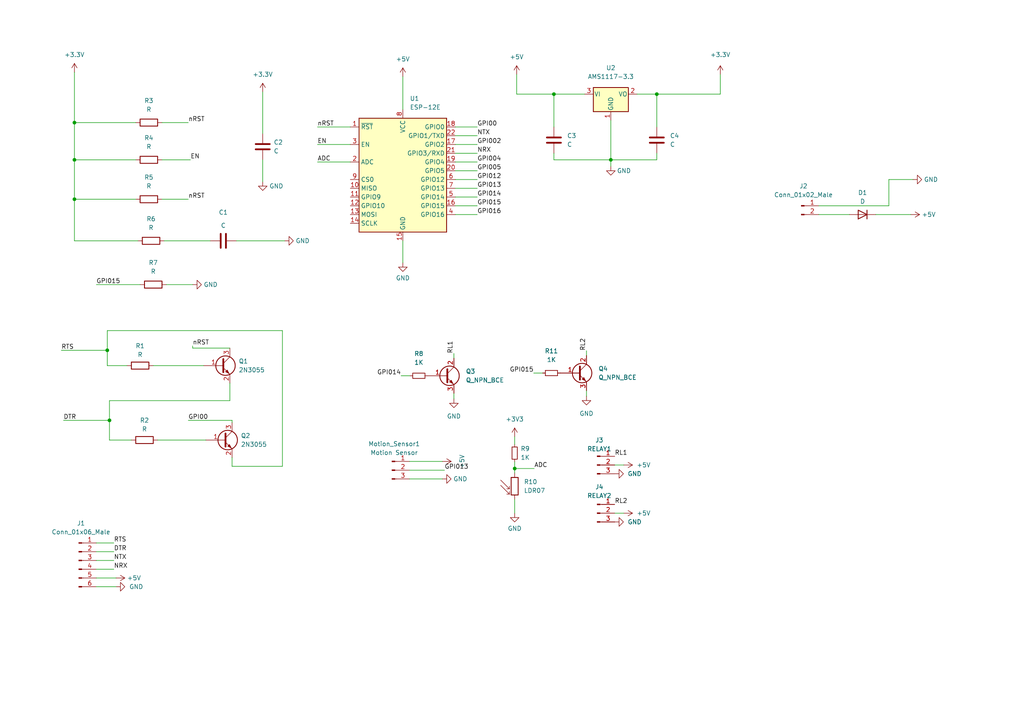
<source format=kicad_sch>
(kicad_sch (version 20211123) (generator eeschema)
  (paper "A4")
  (lib_symbols
    (symbol "+3.3V_1" (power) (pin_names (offset 0))
      (property "Value" "+3.3V_1" (at 0 3.556 0))
      (symbol "+3.3V_1_0_1"
        (polyline (pts (xy -0.762 1.27) (xy 0 2.54)))
        (polyline (pts (xy 0 0) (xy 0 2.54)))
        (polyline (pts (xy 0 2.54) (xy 0.762 1.27)))
      )
      (symbol "+3.3V_1_1_1"
        (pin power_in line (at 0 0 90) (length 0) hide (name "+3V3") (number "1"))
      )
    )
    (symbol "Connector:Conn_01x02_Male" (pin_names (offset 1.016) hide)
      (property "Reference" "J" (at 0 2.54 0))
      (property "Value" "Conn_01x02_Male" (at 0 -5.08 0))
      (symbol "Conn_01x02_Male_1_1"
        (polyline (pts (xy 1.27 -2.54) (xy 0.8636 -2.54)) (stroke (width 0.1524)))
        (polyline (pts (xy 1.27 0) (xy 0.8636 0)) (stroke (width 0.1524)))
        (rectangle (start 0.8636 -2.413) (end 0 -2.667) (stroke (width 0.1524)) (fill (type outline)))
        (rectangle (start 0.8636 0.127) (end 0 -0.127) (stroke (width 0.1524)) (fill (type outline)))
        (pin passive line (at 5.08 0 180) (length 3.81) (name "Pin_1") (number "1"))
        (pin passive line (at 5.08 -2.54 180) (length 3.81) (name "Pin_2") (number "2"))
      )
    )
    (symbol "Connector:Conn_01x03_Male" (pin_names (offset 1.016) hide)
      (property "Reference" "J" (at 0 5.08 0))
      (property "Value" "Conn_01x03_Male" (at 0 -5.08 0))
      (symbol "Conn_01x03_Male_1_1"
        (polyline (pts (xy 1.27 -2.54) (xy 0.8636 -2.54)) (stroke (width 0.1524)))
        (polyline (pts (xy 1.27 0) (xy 0.8636 0)) (stroke (width 0.1524)))
        (polyline (pts (xy 1.27 2.54) (xy 0.8636 2.54)) (stroke (width 0.1524)))
        (rectangle (start 0.8636 -2.413) (end 0 -2.667) (stroke (width 0.1524)) (fill (type outline)))
        (rectangle (start 0.8636 0.127) (end 0 -0.127) (stroke (width 0.1524)) (fill (type outline)))
        (rectangle (start 0.8636 2.667) (end 0 2.413) (stroke (width 0.1524)) (fill (type outline)))
        (pin passive line (at 5.08 2.54 180) (length 3.81) (name "Pin_1") (number "1"))
        (pin passive line (at 5.08 0 180) (length 3.81) (name "Pin_2") (number "2"))
        (pin passive line (at 5.08 -2.54 180) (length 3.81) (name "Pin_3") (number "3"))
      )
    )
    (symbol "Connector:Conn_01x06_Male" (pin_names (offset 1.016) hide)
      (property "Reference" "J" (at 0 7.62 0))
      (property "Value" "Conn_01x06_Male" (at 0 -10.16 0))
      (symbol "Conn_01x06_Male_1_1"
        (polyline (pts (xy 1.27 -7.62) (xy 0.8636 -7.62)) (stroke (width 0.1524)))
        (polyline (pts (xy 1.27 -5.08) (xy 0.8636 -5.08)) (stroke (width 0.1524)))
        (polyline (pts (xy 1.27 -2.54) (xy 0.8636 -2.54)) (stroke (width 0.1524)))
        (polyline (pts (xy 1.27 0) (xy 0.8636 0)) (stroke (width 0.1524)))
        (polyline (pts (xy 1.27 2.54) (xy 0.8636 2.54)) (stroke (width 0.1524)))
        (polyline (pts (xy 1.27 5.08) (xy 0.8636 5.08)) (stroke (width 0.1524)))
        (rectangle (start 0.8636 -7.493) (end 0 -7.747) (stroke (width 0.1524)) (fill (type outline)))
        (rectangle (start 0.8636 -4.953) (end 0 -5.207) (stroke (width 0.1524)) (fill (type outline)))
        (rectangle (start 0.8636 -2.413) (end 0 -2.667) (stroke (width 0.1524)) (fill (type outline)))
        (rectangle (start 0.8636 0.127) (end 0 -0.127) (stroke (width 0.1524)) (fill (type outline)))
        (rectangle (start 0.8636 2.667) (end 0 2.413) (stroke (width 0.1524)) (fill (type outline)))
        (rectangle (start 0.8636 5.207) (end 0 4.953) (stroke (width 0.1524)) (fill (type outline)))
        (pin passive line (at 5.08 5.08 180) (length 3.81) (name "Pin_1") (number "1"))
        (pin passive line (at 5.08 2.54 180) (length 3.81) (name "Pin_2") (number "2"))
        (pin passive line (at 5.08 0 180) (length 3.81) (name "Pin_3") (number "3"))
        (pin passive line (at 5.08 -2.54 180) (length 3.81) (name "Pin_4") (number "4"))
        (pin passive line (at 5.08 -5.08 180) (length 3.81) (name "Pin_5") (number "5"))
        (pin passive line (at 5.08 -7.62 180) (length 3.81) (name "Pin_6") (number "6"))
      )
    )
    (symbol "Device:C" (pin_numbers hide) (pin_names (offset 0.254))
      (property "Reference" "C" (at 0.635 2.54 0))
      (property "Value" "C" (at 0.635 -2.54 0))
      (symbol "C_0_1"
        (polyline (pts (xy -2.032 -0.762) (xy 2.032 -0.762)) (stroke (width 0.508)))
        (polyline (pts (xy -2.032 0.762) (xy 2.032 0.762)) (stroke (width 0.508)))
      )
      (symbol "C_1_1"
        (pin passive line (at 0 3.81 270) (length 2.794) (name "~") (number "1"))
        (pin passive line (at 0 -3.81 90) (length 2.794) (name "~") (number "2"))
      )
    )
    (symbol "Device:D" (pin_numbers hide) (pin_names (offset 1.016) hide)
      (property "Reference" "D" (at 0 2.54 0))
      (property "Value" "D" (at 0 -2.54 0))
      (symbol "D_0_1"
        (polyline (pts (xy -1.27 1.27) (xy -1.27 -1.27)) (stroke (width 0.254)))
        (polyline (pts (xy 1.27 0) (xy -1.27 0)))
        (polyline (pts (xy 1.27 1.27) (xy 1.27 -1.27) (xy -1.27 0) (xy 1.27 1.27)) (stroke (width 0.254)))
      )
      (symbol "D_1_1"
        (pin passive line (at -3.81 0 0) (length 2.54) (name "K") (number "1"))
        (pin passive line (at 3.81 0 180) (length 2.54) (name "A") (number "2"))
      )
    )
    (symbol "Device:Q_NPN_BCE" (pin_names (offset 0) hide)
      (property "Reference" "Q" (at 5.08 1.27 0))
      (property "Value" "Q_NPN_BCE" (at 5.08 -1.27 0))
      (symbol "Q_NPN_BCE_0_1"
        (polyline (pts (xy 0.635 0.635) (xy 2.54 2.54)))
        (polyline (pts (xy 0.635 -0.635) (xy 2.54 -2.54) (xy 2.54 -2.54)))
        (polyline (pts (xy 0.635 1.905) (xy 0.635 -1.905) (xy 0.635 -1.905)) (stroke (width 0.508)))
        (polyline (pts (xy 1.27 -1.778) (xy 1.778 -1.27) (xy 2.286 -2.286) (xy 1.27 -1.778) (xy 1.27 -1.778)) (fill (type outline)))
        (circle (center 1.27 0) (radius 2.8194) (stroke (width 0.254)))
      )
      (symbol "Q_NPN_BCE_1_1"
        (pin input line (at -5.08 0 0) (length 5.715) (name "B") (number "1"))
        (pin passive line (at 2.54 5.08 270) (length 2.54) (name "C") (number "2"))
        (pin passive line (at 2.54 -5.08 90) (length 2.54) (name "E") (number "3"))
      )
    )
    (symbol "Device:R" (pin_numbers hide) (pin_names (offset 0))
      (property "Reference" "R" (at 2.032 0 90))
      (property "Value" "R" (at 0 0 90))
      (symbol "R_0_1"
        (rectangle (start -1.016 -2.54) (end 1.016 2.54) (stroke (width 0.254)))
      )
      (symbol "R_1_1"
        (pin passive line (at 0 3.81 270) (length 1.27) (name "~") (number "1"))
        (pin passive line (at 0 -3.81 90) (length 1.27) (name "~") (number "2"))
      )
    )
    (symbol "Device:R_Small" (pin_numbers hide) (pin_names (offset 0.254) hide)
      (property "Reference" "R" (at 0.762 0.508 0))
      (property "Value" "R_Small" (at 0.762 -1.016 0))
      (symbol "R_Small_0_1"
        (rectangle (start -0.762 1.778) (end 0.762 -1.778) (stroke (width 0.2032)))
      )
      (symbol "R_Small_1_1"
        (pin passive line (at 0 2.54 270) (length 0.762) (name "~") (number "1"))
        (pin passive line (at 0 -2.54 90) (length 0.762) (name "~") (number "2"))
      )
    )
    (symbol "RF_Module:ESP-12E"
      (property "Reference" "U" (at -12.7 19.05 0))
      (property "Value" "ESP-12E" (at 12.7 19.05 0))
      (symbol "ESP-12E_0_1"
        (rectangle (start -12.7 17.78) (end 12.7 -15.24) (stroke (width 0.254)) (fill (type background)))
      )
      (symbol "ESP-12E_1_1"
        (pin input line (at -15.24 15.24 0) (length 2.54) (name "~{RST}") (number "1"))
        (pin bidirectional line (at -15.24 -2.54 0) (length 2.54) (name "MISO") (number "10"))
        (pin bidirectional line (at -15.24 -5.08 0) (length 2.54) (name "GPIO9") (number "11"))
        (pin bidirectional line (at -15.24 -7.62 0) (length 2.54) (name "GPIO10") (number "12"))
        (pin bidirectional line (at -15.24 -10.16 0) (length 2.54) (name "MOSI") (number "13"))
        (pin bidirectional line (at -15.24 -12.7 0) (length 2.54) (name "SCLK") (number "14"))
        (pin power_in line (at 0 -17.78 90) (length 2.54) (name "GND") (number "15"))
        (pin bidirectional line (at 15.24 -7.62 180) (length 2.54) (name "GPIO15") (number "16"))
        (pin bidirectional line (at 15.24 10.16 180) (length 2.54) (name "GPIO2") (number "17"))
        (pin bidirectional line (at 15.24 15.24 180) (length 2.54) (name "GPIO0") (number "18"))
        (pin bidirectional line (at 15.24 5.08 180) (length 2.54) (name "GPIO4") (number "19"))
        (pin input line (at -15.24 5.08 0) (length 2.54) (name "ADC") (number "2"))
        (pin bidirectional line (at 15.24 2.54 180) (length 2.54) (name "GPIO5") (number "20"))
        (pin bidirectional line (at 15.24 7.62 180) (length 2.54) (name "GPIO3/RXD") (number "21"))
        (pin bidirectional line (at 15.24 12.7 180) (length 2.54) (name "GPIO1/TXD") (number "22"))
        (pin input line (at -15.24 10.16 0) (length 2.54) (name "EN") (number "3"))
        (pin bidirectional line (at 15.24 -10.16 180) (length 2.54) (name "GPIO16") (number "4"))
        (pin bidirectional line (at 15.24 -5.08 180) (length 2.54) (name "GPIO14") (number "5"))
        (pin bidirectional line (at 15.24 0 180) (length 2.54) (name "GPIO12") (number "6"))
        (pin bidirectional line (at 15.24 -2.54 180) (length 2.54) (name "GPIO13") (number "7"))
        (pin power_in line (at 0 20.32 270) (length 2.54) (name "VCC") (number "8"))
        (pin input line (at -15.24 0 0) (length 2.54) (name "CS0") (number "9"))
      )
    )
    (symbol "Regulator_Linear:AMS1117-3.3" (pin_names (offset 0.254))
      (property "Reference" "U" (at -3.81 3.175 0))
      (property "Value" "AMS1117-3.3" (at 0 3.175 0))
      (symbol "AMS1117-3.3_0_1"
        (rectangle (start -5.08 -5.08) (end 5.08 1.905) (stroke (width 0.254)) (fill (type background)))
      )
      (symbol "AMS1117-3.3_1_1"
        (pin power_in line (at 0 -7.62 90) (length 2.54) (name "GND") (number "1"))
        (pin power_out line (at 7.62 0 180) (length 2.54) (name "VO") (number "2"))
        (pin power_in line (at -7.62 0 0) (length 2.54) (name "VI") (number "3"))
      )
    )
    (symbol "Sensor_Optical:LDR07" (pin_numbers hide) (pin_names (offset 0))
      (property "Reference" "R" (at -5.08 0 90))
      (property "Value" "LDR07" (at 1.905 0 90))
      (symbol "LDR07_0_1"
        (rectangle (start -1.016 2.54) (end 1.016 -2.54) (stroke (width 0.254)))
        (polyline (pts (xy -1.524 -2.286) (xy -4.064 0.254)))
        (polyline (pts (xy -1.524 -2.286) (xy -2.286 -2.286)))
        (polyline (pts (xy -1.524 -2.286) (xy -1.524 -1.524)))
        (polyline (pts (xy -1.524 -0.762) (xy -4.064 1.778)))
        (polyline (pts (xy -1.524 -0.762) (xy -2.286 -0.762)))
        (polyline (pts (xy -1.524 -0.762) (xy -1.524 0)))
      )
      (symbol "LDR07_1_1"
        (pin passive line (at 0 3.81 270) (length 1.27) (name "~") (number "1"))
        (pin passive line (at 0 -3.81 90) (length 1.27) (name "~") (number "2"))
      )
    )
    (symbol "Transistor_BJT:2N3055" (pin_names (offset 0) hide)
      (property "Reference" "Q" (at 5.08 1.905 0))
      (property "Value" "2N3055" (at 5.08 0 0))
      (symbol "2N3055_0_1"
        (polyline (pts (xy 0.635 0.635) (xy 2.54 2.54)))
        (polyline (pts (xy 0.635 -0.635) (xy 2.54 -2.54) (xy 2.54 -2.54)))
        (polyline (pts (xy 0.635 1.905) (xy 0.635 -1.905) (xy 0.635 -1.905)) (stroke (width 0.508)))
        (polyline (pts (xy 1.27 -1.778) (xy 1.778 -1.27) (xy 2.286 -2.286) (xy 1.27 -1.778) (xy 1.27 -1.778)) (fill (type outline)))
        (circle (center 1.27 0) (radius 2.8194) (stroke (width 0.254)))
      )
      (symbol "2N3055_1_1"
        (pin input line (at -5.08 0 0) (length 5.715) (name "B") (number "1"))
        (pin passive line (at 2.54 -5.08 90) (length 2.54) (name "E") (number "2"))
        (pin passive line (at 2.54 5.08 270) (length 2.54) (name "C") (number "3"))
      )
    )
    (symbol "power:+3.3V" (power) (pin_names (offset 0))
      (property "Value" "+3.3V" (at 0 3.556 0))
      (symbol "+3.3V_0_1"
        (polyline (pts (xy -0.762 1.27) (xy 0 2.54)))
        (polyline (pts (xy 0 0) (xy 0 2.54)))
        (polyline (pts (xy 0 2.54) (xy 0.762 1.27)))
      )
      (symbol "+3.3V_1_1"
        (pin power_in line (at 0 0 90) (length 0) hide (name "+3.3V") (number "1"))
      )
    )
    (symbol "power:+5V" (power) (pin_names (offset 0))
      (property "Value" "+5V" (at 0 3.556 0))
      (symbol "+5V_0_1"
        (polyline (pts (xy -0.762 1.27) (xy 0 2.54)))
        (polyline (pts (xy 0 0) (xy 0 2.54)))
        (polyline (pts (xy 0 2.54) (xy 0.762 1.27)))
      )
      (symbol "+5V_1_1"
        (pin power_in line (at 0 0 90) (length 0) hide (name "+5V") (number "1"))
      )
    )
    (symbol "power:GND" (power) (pin_names (offset 0))
      (property "Value" "GND" (at 0 -3.81 0))
      (symbol "GND_0_1"
        (polyline (pts (xy 0 0) (xy 0 -1.27) (xy 1.27 -1.27) (xy 0 -2.54) (xy -1.27 -1.27) (xy 0 -1.27)))
      )
      (symbol "GND_1_1"
        (pin power_in line (at 0 0 270) (length 0) hide (name "GND") (number "1"))
      )
    )
  )
  (junction (at 31.75 121.92))
  (junction (at 21.59 57.785))
  (junction (at 31.115 101.6))
  (junction (at 149.2758 135.89))
  (junction (at 21.59 35.56))
  (junction (at 190.5 27.305))
  (junction (at 177.165 46.355))
  (junction (at 21.59 46.355))
  (junction (at 160.655 27.305))
  (wire (pts (xy 180.8988 134.874) (xy 178.2826 134.874)))
  (wire (pts (xy 55.88 100.965) (xy 55.88 100.33)))
  (wire (pts (xy 67.31 121.92) (xy 67.31 122.555)))
  (wire (pts (xy 160.655 27.305) (xy 169.545 27.305)))
  (wire (pts (xy 132.08 49.53) (xy 138.43 49.53)))
  (wire (pts (xy 27.94 170.18) (xy 33.655 170.18)))
  (wire (pts (xy 118.7704 138.9126) (xy 128.2954 138.9126)))
  (wire (pts (xy 27.94 160.02) (xy 33.02 160.02)))
  (wire (pts (xy 257.81 59.69) (xy 257.81 52.07)))
  (wire (pts (xy 66.675 100.965) (xy 55.88 100.965)))
  (wire (pts (xy 160.655 46.355) (xy 177.165 46.355)))
  (wire (pts (xy 39.37 57.785) (xy 21.59 57.785)))
  (wire (pts (xy 46.99 35.56) (xy 54.61 35.56)))
  (wire (pts (xy 177.165 46.355) (xy 177.165 48.26)))
  (wire (pts (xy 154.7876 108.204) (xy 157.4038 108.204)))
  (wire (pts (xy 45.72 127.635) (xy 59.69 127.635)))
  (wire (pts (xy 257.81 52.07) (xy 264.795 52.07)))
  (wire (pts (xy 118.7704 136.3726) (xy 128.9304 136.3726)))
  (wire (pts (xy 132.08 44.45) (xy 138.43 44.45)))
  (wire (pts (xy 68.58 69.85) (xy 82.55 69.85)))
  (wire (pts (xy 131.6482 102.5144) (xy 131.6482 103.9114)))
  (wire (pts (xy 208.915 21.59) (xy 208.915 27.305)))
  (wire (pts (xy 48.26 82.55) (xy 55.88 82.55)))
  (wire (pts (xy 132.08 36.83) (xy 138.43 36.83)))
  (wire (pts (xy 184.785 27.305) (xy 190.5 27.305)))
  (wire (pts (xy 208.915 27.305) (xy 190.5 27.305)))
  (wire (pts (xy 132.08 52.07) (xy 138.43 52.07)))
  (wire (pts (xy 149.2758 135.89) (xy 149.2758 137.2108)))
  (wire (pts (xy 132.08 57.15) (xy 138.43 57.15)))
  (wire (pts (xy 39.37 46.355) (xy 21.59 46.355)))
  (wire (pts (xy 160.655 44.45) (xy 160.655 46.355)))
  (wire (pts (xy 44.45 106.045) (xy 59.055 106.045)))
  (wire (pts (xy 31.75 116.205) (xy 31.75 121.92)))
  (wire (pts (xy 66.675 116.205) (xy 31.75 116.205)))
  (wire (pts (xy 132.08 46.99) (xy 138.43 46.99)))
  (wire (pts (xy 237.49 59.69) (xy 257.81 59.69)))
  (wire (pts (xy 132.08 62.23) (xy 138.43 62.23)))
  (wire (pts (xy 190.5 27.305) (xy 190.5 36.83)))
  (wire (pts (xy 177.165 46.355) (xy 190.5 46.355)))
  (wire (pts (xy 31.75 121.92) (xy 31.75 127.635)))
  (wire (pts (xy 76.2 26.67) (xy 76.2 38.735)))
  (wire (pts (xy 31.75 127.635) (xy 38.1 127.635)))
  (wire (pts (xy 116.84 69.85) (xy 116.84 76.2)))
  (wire (pts (xy 190.5 46.355) (xy 190.5 44.45)))
  (wire (pts (xy 131.6482 115.697) (xy 131.6482 114.0714)))
  (wire (pts (xy 149.86 21.59) (xy 149.86 27.305)))
  (wire (pts (xy 27.94 82.55) (xy 40.64 82.55)))
  (wire (pts (xy 149.2758 135.89) (xy 154.94 135.89)))
  (wire (pts (xy 27.94 157.48) (xy 33.02 157.48)))
  (wire (pts (xy 116.332 108.9914) (xy 118.9482 108.9914)))
  (wire (pts (xy 67.31 135.255) (xy 81.915 135.255)))
  (wire (pts (xy 21.59 57.785) (xy 21.59 69.85)))
  (wire (pts (xy 27.94 162.56) (xy 33.02 162.56)))
  (wire (pts (xy 18.415 121.92) (xy 31.75 121.92)))
  (wire (pts (xy 31.115 95.885) (xy 31.115 101.6)))
  (wire (pts (xy 132.08 54.61) (xy 138.43 54.61)))
  (wire (pts (xy 27.94 165.1) (xy 33.02 165.1)))
  (wire (pts (xy 81.915 135.255) (xy 81.915 95.885)))
  (wire (pts (xy 92.075 41.91) (xy 101.6 41.91)))
  (wire (pts (xy 177.165 34.925) (xy 177.165 46.355)))
  (wire (pts (xy 40.005 69.85) (xy 21.59 69.85)))
  (wire (pts (xy 92.075 46.99) (xy 101.6 46.99)))
  (wire (pts (xy 149.2758 133.9596) (xy 149.2758 135.89)))
  (wire (pts (xy 170.1038 101.727) (xy 170.1038 103.124)))
  (wire (pts (xy 92.075 36.83) (xy 101.6 36.83)))
  (wire (pts (xy 46.99 46.355) (xy 55.245 46.355)))
  (wire (pts (xy 54.61 121.92) (xy 67.31 121.92)))
  (wire (pts (xy 39.37 35.56) (xy 21.59 35.56)))
  (wire (pts (xy 21.59 46.355) (xy 21.59 35.56)))
  (wire (pts (xy 170.1038 114.9096) (xy 170.1038 113.284)))
  (wire (pts (xy 21.59 35.56) (xy 21.59 20.955)))
  (wire (pts (xy 27.94 167.64) (xy 33.655 167.64)))
  (wire (pts (xy 118.7704 133.8326) (xy 128.2954 133.8326)))
  (wire (pts (xy 31.115 101.6) (xy 31.115 106.045)))
  (wire (pts (xy 132.08 41.91) (xy 138.43 41.91)))
  (wire (pts (xy 76.2 46.355) (xy 76.2 52.705)))
  (wire (pts (xy 81.915 95.885) (xy 31.115 95.885)))
  (wire (pts (xy 116.84 22.225) (xy 116.84 31.75)))
  (wire (pts (xy 149.2758 126.6698) (xy 149.2758 128.8796)))
  (wire (pts (xy 149.86 27.305) (xy 160.655 27.305)))
  (wire (pts (xy 237.49 62.23) (xy 246.38 62.23)))
  (wire (pts (xy 67.31 132.715) (xy 67.31 135.255)))
  (wire (pts (xy 46.99 57.785) (xy 54.61 57.785)))
  (wire (pts (xy 132.08 39.37) (xy 138.43 39.37)))
  (wire (pts (xy 31.115 106.045) (xy 36.83 106.045)))
  (wire (pts (xy 17.78 101.6) (xy 31.115 101.6)))
  (wire (pts (xy 160.655 36.83) (xy 160.655 27.305)))
  (wire (pts (xy 47.625 69.85) (xy 60.96 69.85)))
  (wire (pts (xy 132.08 59.69) (xy 138.43 59.69)))
  (wire (pts (xy 21.59 46.355) (xy 21.59 57.785)))
  (wire (pts (xy 66.675 111.125) (xy 66.675 116.205)))
  (wire (pts (xy 180.8988 148.844) (xy 178.2826 148.844)))
  (wire (pts (xy 149.2758 148.844) (xy 149.2758 144.8308)))
  (wire (pts (xy 254 62.23) (xy 264.16 62.23)))
  (label "NRX" (at 33.02 165.1 0))
  (label "RTS" (at 33.02 157.48 0))
  (label "GPI014" (at 138.43 57.15 0))
  (label "GPI005" (at 138.43 49.53 0))
  (label "EN" (at 55.245 46.355 0))
  (label "RTS" (at 17.78 101.6 0))
  (label "RL1" (at 131.6482 102.5144 90))
  (label "ADC" (at 92.075 46.99 0))
  (label "GPI00" (at 54.61 121.92 0))
  (label "RL2" (at 170.1038 101.727 90))
  (label "GPI015" (at 27.94 82.55 0))
  (label "nRST" (at 55.88 100.33 0))
  (label "EN" (at 92.075 41.91 0))
  (label "NTX" (at 33.02 162.56 0))
  (label "GPI014" (at 116.332 108.9914 180))
  (label "GPI013" (at 128.9304 136.3726 0))
  (label "nRST" (at 92.075 36.83 0))
  (label "GPI013" (at 138.43 54.61 0))
  (label "GPI012" (at 138.43 52.07 0))
  (label "NTX" (at 138.43 39.37 0))
  (label "ADC" (at 154.94 135.89 0))
  (label "GPI015" (at 154.7876 108.204 180))
  (label "GPI016" (at 138.43 62.23 0))
  (label "NRX" (at 138.43 44.45 0))
  (label "RL1" (at 178.2826 132.334 0))
  (label "RL2" (at 178.2826 146.304 0))
  (label "nRST" (at 54.61 57.785 0))
  (label "DTR" (at 18.415 121.92 0))
  (label "GPI015" (at 138.43 59.69 0))
  (label "GPI00" (at 138.43 36.83 0))
  (label "nRST" (at 54.61 35.56 0))
  (label "DTR" (at 33.02 160.02 0))
  (label "GPI004" (at 138.43 46.99 0))
  (label "GPI002" (at 138.43 41.91 0))
  (symbol (lib_id "Device:R") (at 44.45 82.55 90) (unit 1)
    (property "Reference" "R7" (at 44.45 76.2 90))
    (property "Value" "R" (at 44.45 78.74 90))
    (property "Footprint" "Resistor_SMD:R_0201_0603Metric_Pad0.64x0.40mm_HandSolder" (effects hide))
  )
  (symbol (lib_id "Device:C") (at 76.2 42.545 180) (unit 1)
    (property "Reference" "C2" (at 79.375 41.2749 0) (effects (justify right)))
    (property "Value" "C" (at 79.375 43.8149 0) (effects (justify right)))
    (property "Footprint" "Capacitor_SMD:CP_Elec_3x5.4" (effects hide))
  )
  (symbol (lib_id "power:GND") (at 170.1038 114.9096 0) (unit 1)
    (property "Reference" "#PWR0116" (effects hide))
    (property "Value" "GND" (at 170.1038 119.9388 0))
  )
  (symbol (lib_id "Sensor_Optical:LDR07") (at 149.2758 141.0208 0) (unit 1)
    (property "Reference" "R10" (at 151.9428 139.7507 0) (effects (justify left)))
    (property "Value" "LDR07" (at 151.9428 142.2907 0) (effects (justify left)))
    (property "Footprint" "OptoDevice:R_LDR_5.1x4.3mm_P3.4mm_Vertical" (effects hide))
    (property "Datasheet" "http://www.tme.eu/de/Document/f2e3ad76a925811312d226c31da4cd7e/LDR07.pdf" (effects hide))
  )
  (symbol (lib_id "Device:R") (at 43.18 46.355 90) (unit 1)
    (property "Reference" "R4" (at 43.18 40.005 90))
    (property "Value" "R" (at 43.18 42.545 90))
    (property "Footprint" "Resistor_SMD:R_0201_0603Metric_Pad0.64x0.40mm_HandSolder" (effects hide))
  )
  (symbol (lib_id "RF_Module:ESP-12E") (at 116.84 52.07 0) (unit 1)
    (property "Reference" "U1" (at 118.8594 28.575 0) (effects (justify left)))
    (property "Value" "ESP-12E" (at 118.8594 31.115 0) (effects (justify left)))
    (property "Footprint" "RF_Module:ESP-12E" (effects hide))
    (property "Datasheet" "http://wiki.ai-thinker.com/_media/esp8266/esp8266_series_modules_user_manual_v1.1.pdf" (effects hide))
  )
  (symbol (lib_id "Device:R") (at 41.91 127.635 90) (unit 1)
    (property "Reference" "R2" (at 41.91 121.92 90))
    (property "Value" "R" (at 41.91 124.46 90))
    (property "Footprint" "Resistor_SMD:R_0201_0603Metric" (effects hide))
  )
  (symbol (lib_id "Device:R") (at 43.18 57.785 90) (unit 1)
    (property "Reference" "R5" (at 43.18 51.435 90))
    (property "Value" "R" (at 43.18 53.975 90))
    (property "Footprint" "Resistor_SMD:R_0201_0603Metric_Pad0.64x0.40mm_HandSolder" (effects hide))
  )
  (symbol (lib_id "Connector:Conn_01x03_Male") (at 113.6904 136.3726 0) (unit 1)
    (property "Reference" "Motion_Sensor1" (at 114.3254 128.7526 0))
    (property "Value" "Motion Sensor" (at 114.3254 131.2926 0))
    (property "Footprint" "Connector_PinSocket_2.54mm:PinSocket_1x03_P2.54mm_Vertical" (effects hide))
  )
  (symbol (lib_id "Device:C") (at 160.655 40.64 0) (unit 1)
    (property "Reference" "C3" (at 164.465 39.3699 0) (effects (justify left)))
    (property "Value" "C" (at 164.465 41.9099 0) (effects (justify left)))
    (property "Footprint" "Capacitor_SMD:C_0603_1608Metric" (effects hide))
  )
  (symbol (lib_id "power:+3.3V") (at 208.915 21.59 0) (unit 1)
    (property "Reference" "#PWR0124" (effects hide))
    (property "Value" "+3.3V" (at 208.915 15.875 0))
  )
  (symbol (lib_id "Device:R") (at 43.815 69.85 90) (unit 1)
    (property "Reference" "R6" (at 43.815 63.5 90))
    (property "Value" "R" (at 43.815 66.04 90))
    (property "Footprint" "Resistor_SMD:R_0201_0603Metric_Pad0.64x0.40mm_HandSolder" (effects hide))
  )
  (symbol (lib_id "power:GND") (at 33.655 170.18 90) (unit 1)
    (property "Reference" "#PWR0108" (effects hide))
    (property "Value" "GND" (at 37.465 170.1799 90) (effects (justify right)))
  )
  (symbol (lib_id "Connector:Conn_01x03_Male") (at 173.2026 134.874 0) (unit 1)
    (property "Reference" "J3" (at 173.8376 127.6604 0))
    (property "Value" "RELAY1" (at 173.8376 130.2004 0))
    (property "Footprint" "Connector_PinSocket_2.54mm:PinSocket_1x03_P2.54mm_Vertical" (effects hide))
  )
  (symbol (lib_id "Device:R") (at 43.18 35.56 90) (unit 1)
    (property "Reference" "R3" (at 43.18 29.21 90))
    (property "Value" "R" (at 43.18 31.75 90))
    (property "Footprint" "Resistor_SMD:R_0201_0603Metric" (effects hide))
  )
  (symbol (lib_id "Regulator_Linear:AMS1117-3.3") (at 177.165 27.305 0) (unit 1)
    (property "Reference" "U2" (at 177.165 19.685 0))
    (property "Value" "AMS1117-3.3" (at 177.165 22.225 0))
    (property "Footprint" "Package_TO_SOT_SMD:SOT-223-3_TabPin2" (effects hide))
    (property "Datasheet" "http://www.advanced-monolithic.com/pdf/ds1117.pdf" (effects hide))
  )
  (symbol (lib_id "power:+3.3V") (at 21.59 20.955 0) (unit 1)
    (property "Reference" "#PWR0102" (effects hide))
    (property "Value" "+3.3V" (at 21.59 15.875 0))
  )
  (symbol (lib_id "power:GND") (at 55.88 82.55 90) (unit 1)
    (property "Reference" "#PWR0104" (effects hide))
    (property "Value" "GND" (at 59.055 82.5499 90) (effects (justify right)))
  )
  (symbol (lib_name "+3.3V_1") (lib_id "power:+3.3V") (at 149.2758 126.6698 0) (unit 1)
    (property "Reference" "#PWR0115" (effects hide))
    (property "Value" "+3.3V" (at 149.2758 121.5898 0))
  )
  (symbol (lib_id "power:GND") (at 131.6482 115.697 0) (unit 1)
    (property "Reference" "#PWR0111" (effects hide))
    (property "Value" "GND" (at 131.6482 120.7262 0))
  )
  (symbol (lib_id "power:GND") (at 178.2826 137.414 90) (unit 1)
    (property "Reference" "#PWR0117" (effects hide))
    (property "Value" "GND" (at 182.0164 137.4139 90) (effects (justify right)))
  )
  (symbol (lib_id "power:+5V") (at 180.8988 134.874 270) (unit 1)
    (property "Reference" "#PWR0118" (effects hide))
    (property "Value" "+5V" (at 184.6326 134.8739 90) (effects (justify left)))
  )
  (symbol (lib_id "power:+5V") (at 264.16 62.23 270) (unit 1)
    (property "Reference" "#PWR0109" (effects hide))
    (property "Value" "+5V" (at 267.335 62.2299 90) (effects (justify left)))
  )
  (symbol (lib_id "power:+3.3V") (at 76.2 26.67 0) (unit 1)
    (property "Reference" "#PWR0106" (effects hide))
    (property "Value" "+3.3V" (at 76.2 21.59 0))
  )
  (symbol (lib_id "Device:C") (at 64.77 69.85 90) (unit 1)
    (property "Reference" "C1" (at 64.77 61.595 90))
    (property "Value" "C" (at 64.77 65.405 90))
    (property "Footprint" "Capacitor_SMD:C_0603_1608Metric" (effects hide))
  )
  (symbol (lib_id "Device:R_Small") (at 159.9438 108.204 90) (unit 1)
    (property "Reference" "R11" (at 159.9438 101.8032 90))
    (property "Value" "1K" (at 159.9438 104.3432 90))
    (property "Footprint" "Resistor_SMD:R_0201_0603Metric" (effects hide))
  )
  (symbol (lib_id "power:GND") (at 76.2 52.705 0) (unit 1)
    (property "Reference" "#PWR0105" (effects hide))
    (property "Value" "GND" (at 78.105 53.9749 0) (effects (justify left)))
  )
  (symbol (lib_id "power:+5V") (at 149.86 21.59 0) (unit 1)
    (property "Reference" "#PWR0114" (effects hide))
    (property "Value" "+5V" (at 149.86 16.51 0))
  )
  (symbol (lib_id "Device:Q_NPN_BCE") (at 129.1082 108.9914 0) (unit 1)
    (property "Reference" "Q3" (at 135.1026 107.7213 0) (effects (justify left)))
    (property "Value" "Q_NPN_BCE" (at 135.1026 110.2613 0) (effects (justify left)))
    (property "Footprint" "Package_TO_SOT_SMD:SOT-23" (effects hide))
  )
  (symbol (lib_id "Device:Q_NPN_BCE") (at 167.5638 108.204 0) (unit 1)
    (property "Reference" "Q4" (at 173.5582 106.9339 0) (effects (justify left)))
    (property "Value" "Q_NPN_BCE" (at 173.5582 109.4739 0) (effects (justify left)))
    (property "Footprint" "Package_TO_SOT_SMD:SOT-23" (effects hide))
  )
  (symbol (lib_id "Connector:Conn_01x03_Male") (at 173.2026 148.844 0) (unit 1)
    (property "Reference" "J4" (at 173.8376 141.224 0))
    (property "Value" "RELAY2" (at 173.8376 143.764 0))
    (property "Footprint" "Connector_PinSocket_2.54mm:PinSocket_1x03_P2.54mm_Vertical" (effects hide))
  )
  (symbol (lib_id "power:+5V") (at 128.2954 133.8326 270) (unit 1)
    (property "Reference" "#PWR0120" (effects hide))
    (property "Value" "+5V" (at 134.0104 133.8326 0))
  )
  (symbol (lib_id "Device:C") (at 190.5 40.64 0) (unit 1)
    (property "Reference" "C4" (at 194.31 39.3699 0) (effects (justify left)))
    (property "Value" "C" (at 194.31 41.9099 0) (effects (justify left)))
    (property "Footprint" "Capacitor_SMD:C_0603_1608Metric" (effects hide))
  )
  (symbol (lib_id "power:GND") (at 116.84 76.2 0) (unit 1)
    (property "Reference" "#PWR0101" (effects hide))
    (property "Value" "GND" (at 116.84 80.645 0))
  )
  (symbol (lib_id "power:+5V") (at 116.84 22.225 0) (unit 1)
    (property "Reference" "#PWR0113" (effects hide))
    (property "Value" "+5V" (at 116.84 17.145 0))
  )
  (symbol (lib_id "Device:R_Small") (at 149.2758 131.4196 180) (unit 1)
    (property "Reference" "R9" (at 150.9776 130.1495 0) (effects (justify right)))
    (property "Value" "1K" (at 150.9776 132.6895 0) (effects (justify right)))
    (property "Footprint" "Resistor_SMD:R_0201_0603Metric" (effects hide))
  )
  (symbol (lib_id "Connector:Conn_01x06_Male") (at 22.86 162.56 0) (unit 1)
    (property "Reference" "J1" (at 23.495 151.765 0))
    (property "Value" "Conn_01x06_Male" (at 23.495 154.305 0))
    (property "Footprint" "Connector_JST:JST_EH_B6B-EH-A_1x06_P2.50mm_Vertical" (effects hide))
  )
  (symbol (lib_id "power:GND") (at 178.2826 151.384 90) (unit 1)
    (property "Reference" "#PWR0122" (effects hide))
    (property "Value" "GND" (at 182.0164 151.3839 90) (effects (justify right)))
  )
  (symbol (lib_id "power:GND") (at 264.795 52.07 90) (unit 1)
    (property "Reference" "#PWR0110" (effects hide))
    (property "Value" "GND" (at 267.97 52.0699 90) (effects (justify right)))
  )
  (symbol (lib_id "power:GND") (at 128.2954 138.9126 90) (unit 1)
    (property "Reference" "#PWR0121" (effects hide))
    (property "Value" "GND" (at 131.4704 138.9125 90) (effects (justify right)))
  )
  (symbol (lib_id "power:+5V") (at 33.655 167.64 270) (unit 1)
    (property "Reference" "#PWR0107" (effects hide))
    (property "Value" "+5V" (at 36.83 167.6399 90) (effects (justify left)))
  )
  (symbol (lib_id "power:GND") (at 149.2758 148.844 0) (unit 1)
    (property "Reference" "#PWR0119" (effects hide))
    (property "Value" "GND" (at 149.2758 153.289 0))
  )
  (symbol (lib_id "power:GND") (at 177.165 48.26 0) (unit 1)
    (property "Reference" "#PWR0112" (effects hide))
    (property "Value" "GND" (at 180.975 49.53 0))
  )
  (symbol (lib_id "Device:D") (at 250.19 62.23 180) (unit 1)
    (property "Reference" "D1" (at 250.19 55.88 0))
    (property "Value" "D" (at 250.19 58.42 0))
    (property "Footprint" "Diode_SMD:D_1206_3216Metric" (effects hide))
  )
  (symbol (lib_id "Device:R_Small") (at 121.4882 108.9914 90) (unit 1)
    (property "Reference" "R8" (at 121.4882 102.5906 90))
    (property "Value" "1K" (at 121.4882 105.1306 90))
    (property "Footprint" "Resistor_SMD:R_0201_0603Metric" (effects hide))
  )
  (symbol (lib_id "Connector:Conn_01x02_Male") (at 232.41 59.69 0) (unit 1)
    (property "Reference" "J2" (at 233.045 53.975 0))
    (property "Value" "Conn_01x02_Male" (at 233.045 56.515 0))
    (property "Footprint" "Connector_JST:JST_EH_B2B-EH-A_1x02_P2.50mm_Vertical" (effects hide))
  )
  (symbol (lib_id "Transistor_BJT:2N3055") (at 64.135 106.045 0) (unit 1)
    (property "Reference" "Q1" (at 69.215 104.7749 0) (effects (justify left)))
    (property "Value" "2N3055" (at 69.215 107.3149 0) (effects (justify left)))
    (property "Footprint" "Package_TO_SOT_SMD:SOT-23" (effects hide))
    (property "Datasheet" "http://www.onsemi.com/pub_link/Collateral/2N3055-D.PDF" (effects hide))
  )
  (symbol (lib_id "power:+5V") (at 180.8988 148.844 270) (unit 1)
    (property "Reference" "#PWR0123" (effects hide))
    (property "Value" "+5V" (at 184.6326 148.8439 90) (effects (justify left)))
  )
  (symbol (lib_id "Transistor_BJT:2N3055") (at 64.77 127.635 0) (unit 1)
    (property "Reference" "Q2" (at 69.85 126.3649 0) (effects (justify left)))
    (property "Value" "2N3055" (at 69.85 128.9049 0) (effects (justify left)))
    (property "Footprint" "Package_TO_SOT_SMD:SOT-23" (effects hide))
    (property "Datasheet" "http://www.onsemi.com/pub_link/Collateral/2N3055-D.PDF" (effects hide))
  )
  (symbol (lib_id "Device:R") (at 40.64 106.045 90) (unit 1)
    (property "Reference" "R1" (at 40.64 100.33 90))
    (property "Value" "R" (at 40.64 102.87 90))
    (property "Footprint" "Resistor_SMD:R_0201_0603Metric" (effects hide))
  )
  (symbol (lib_id "power:GND") (at 82.55 69.85 90) (unit 1)
    (property "Reference" "#PWR0103" (effects hide))
    (property "Value" "GND" (at 85.725 69.8499 90) (effects (justify right)))
  )
)
</source>
